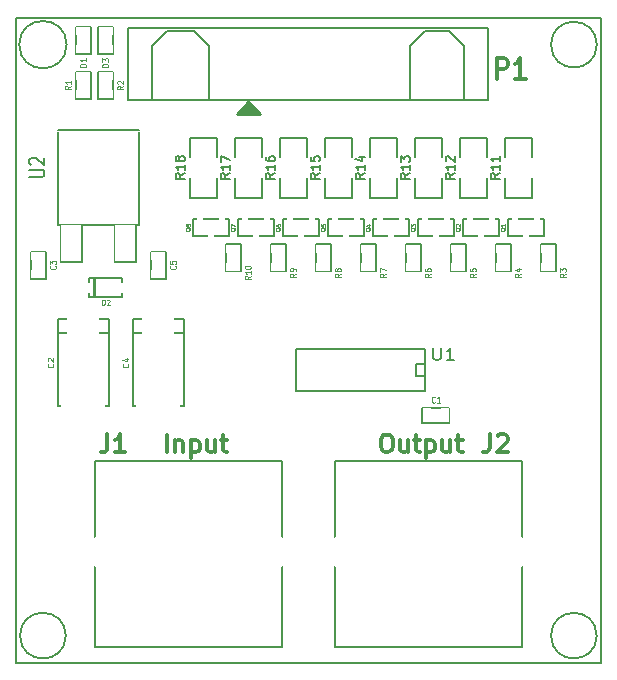
<source format=gto>
G04 (created by PCBNEW (2013-may-18)-stable) date Thu 01 May 2014 09:33:59 PM CEST*
%MOIN*%
G04 Gerber Fmt 3.4, Leading zero omitted, Abs format*
%FSLAX34Y34*%
G01*
G70*
G90*
G04 APERTURE LIST*
%ADD10C,0.00590551*%
%ADD11C,0.00787402*%
%ADD12C,0.011811*%
%ADD13C,0.005*%
%ADD14C,0.008*%
%ADD15C,0.012*%
%ADD16C,0.0047*%
%ADD17C,0.00344488*%
%ADD18C,0.0039*%
%ADD19C,0.0045*%
%ADD20C,0.01*%
%ADD21C,0.11811*%
%ADD22R,0.0591X0.0591*%
%ADD23C,0.0591*%
%ADD24C,0.0984252*%
%ADD25C,0.137795*%
%ADD26C,0.12*%
%ADD27R,0.06X0.06*%
%ADD28C,0.06*%
%ADD29R,0.1063X0.1004*%
%ADD30R,0.1496X0.1004*%
%ADD31R,0.0236X0.0394*%
%ADD32R,0.0335X0.0335*%
%ADD33R,0.02X0.045*%
%ADD34R,0.08X0.06*%
%ADD35R,0.045X0.025*%
%ADD36R,0.025X0.045*%
%ADD37R,0.065X0.12*%
%ADD38R,0.24X0.24*%
G04 APERTURE END LIST*
G54D10*
G54D11*
X58750Y-35000D02*
X58750Y-13500D01*
X39250Y-35000D02*
X58750Y-35000D01*
X39250Y-13500D02*
X39250Y-35000D01*
X58750Y-13500D02*
X39250Y-13500D01*
G54D12*
X51554Y-27398D02*
X51667Y-27398D01*
X51723Y-27426D01*
X51779Y-27482D01*
X51807Y-27595D01*
X51807Y-27792D01*
X51779Y-27904D01*
X51723Y-27960D01*
X51667Y-27989D01*
X51554Y-27989D01*
X51498Y-27960D01*
X51442Y-27904D01*
X51414Y-27792D01*
X51414Y-27595D01*
X51442Y-27482D01*
X51498Y-27426D01*
X51554Y-27398D01*
X52314Y-27595D02*
X52314Y-27989D01*
X52061Y-27595D02*
X52061Y-27904D01*
X52089Y-27960D01*
X52145Y-27989D01*
X52229Y-27989D01*
X52285Y-27960D01*
X52314Y-27932D01*
X52510Y-27595D02*
X52735Y-27595D01*
X52595Y-27398D02*
X52595Y-27904D01*
X52623Y-27960D01*
X52679Y-27989D01*
X52735Y-27989D01*
X52932Y-27595D02*
X52932Y-28185D01*
X52932Y-27623D02*
X52989Y-27595D01*
X53101Y-27595D01*
X53157Y-27623D01*
X53185Y-27651D01*
X53214Y-27707D01*
X53214Y-27876D01*
X53185Y-27932D01*
X53157Y-27960D01*
X53101Y-27989D01*
X52989Y-27989D01*
X52932Y-27960D01*
X53720Y-27595D02*
X53720Y-27989D01*
X53467Y-27595D02*
X53467Y-27904D01*
X53495Y-27960D01*
X53551Y-27989D01*
X53635Y-27989D01*
X53692Y-27960D01*
X53720Y-27932D01*
X53917Y-27595D02*
X54142Y-27595D01*
X54001Y-27398D02*
X54001Y-27904D01*
X54029Y-27960D01*
X54085Y-27989D01*
X54142Y-27989D01*
X44279Y-27989D02*
X44279Y-27398D01*
X44561Y-27595D02*
X44561Y-27989D01*
X44561Y-27651D02*
X44589Y-27623D01*
X44645Y-27595D01*
X44729Y-27595D01*
X44785Y-27623D01*
X44814Y-27679D01*
X44814Y-27989D01*
X45095Y-27595D02*
X45095Y-28185D01*
X45095Y-27623D02*
X45151Y-27595D01*
X45264Y-27595D01*
X45320Y-27623D01*
X45348Y-27651D01*
X45376Y-27707D01*
X45376Y-27876D01*
X45348Y-27932D01*
X45320Y-27960D01*
X45264Y-27989D01*
X45151Y-27989D01*
X45095Y-27960D01*
X45882Y-27595D02*
X45882Y-27989D01*
X45629Y-27595D02*
X45629Y-27904D01*
X45657Y-27960D01*
X45714Y-27989D01*
X45798Y-27989D01*
X45854Y-27960D01*
X45882Y-27932D01*
X46079Y-27595D02*
X46304Y-27595D01*
X46163Y-27398D02*
X46163Y-27904D01*
X46192Y-27960D01*
X46248Y-27989D01*
X46304Y-27989D01*
G54D13*
X56125Y-34475D02*
X56125Y-28275D01*
X49875Y-28275D02*
X49875Y-34475D01*
X49875Y-34475D02*
X56125Y-34475D01*
X56125Y-28275D02*
X49875Y-28275D01*
X48125Y-28275D02*
X48125Y-34475D01*
X41875Y-34475D02*
X41875Y-28275D01*
X41875Y-34475D02*
X48125Y-34475D01*
X41875Y-28275D02*
X48125Y-28275D01*
G54D11*
X40940Y-14400D02*
G75*
G03X40940Y-14400I-790J0D01*
G74*
G01*
X40913Y-34100D02*
G75*
G03X40913Y-34100I-763J0D01*
G74*
G01*
X58611Y-34100D02*
G75*
G03X58611Y-34100I-761J0D01*
G74*
G01*
X58613Y-14400D02*
G75*
G03X58613Y-14400I-763J0D01*
G74*
G01*
X43100Y-13850D02*
X43000Y-13850D01*
X43000Y-13850D02*
X43000Y-16250D01*
X55000Y-16250D02*
X55000Y-13850D01*
X55000Y-13850D02*
X43100Y-13850D01*
X52400Y-16250D02*
X52400Y-14450D01*
X52400Y-14450D02*
X52900Y-13950D01*
X52900Y-13950D02*
X53700Y-13950D01*
X53700Y-13950D02*
X54200Y-14450D01*
X54200Y-14450D02*
X54200Y-16250D01*
X43800Y-16250D02*
X43800Y-14450D01*
X43800Y-14450D02*
X44300Y-13950D01*
X44300Y-13950D02*
X45200Y-13950D01*
X45200Y-13950D02*
X45700Y-14450D01*
X45700Y-14450D02*
X45700Y-16250D01*
X43000Y-16250D02*
X55000Y-16250D01*
G54D13*
X43150Y-24000D02*
X44850Y-24000D01*
X43150Y-26450D02*
X44850Y-26450D01*
X44850Y-26450D02*
X44850Y-23550D01*
X44850Y-23550D02*
X43150Y-23550D01*
X43150Y-23550D02*
X43150Y-26450D01*
X46875Y-20225D02*
X46875Y-19965D01*
X47625Y-20225D02*
X47625Y-19965D01*
X47250Y-20775D02*
X47250Y-21035D01*
X47840Y-20775D02*
X46660Y-20775D01*
X46660Y-20775D02*
X46660Y-20225D01*
X46660Y-20225D02*
X47840Y-20225D01*
X47840Y-20225D02*
X47840Y-20775D01*
X55875Y-20225D02*
X55875Y-19965D01*
X56625Y-20225D02*
X56625Y-19965D01*
X56250Y-20775D02*
X56250Y-21035D01*
X56840Y-20775D02*
X55660Y-20775D01*
X55660Y-20775D02*
X55660Y-20225D01*
X55660Y-20225D02*
X56840Y-20225D01*
X56840Y-20225D02*
X56840Y-20775D01*
X48375Y-20225D02*
X48375Y-19965D01*
X49125Y-20225D02*
X49125Y-19965D01*
X48750Y-20775D02*
X48750Y-21035D01*
X49340Y-20775D02*
X48160Y-20775D01*
X48160Y-20775D02*
X48160Y-20225D01*
X48160Y-20225D02*
X49340Y-20225D01*
X49340Y-20225D02*
X49340Y-20775D01*
X54375Y-20225D02*
X54375Y-19965D01*
X55125Y-20225D02*
X55125Y-19965D01*
X54750Y-20775D02*
X54750Y-21035D01*
X55340Y-20775D02*
X54160Y-20775D01*
X54160Y-20775D02*
X54160Y-20225D01*
X54160Y-20225D02*
X55340Y-20225D01*
X55340Y-20225D02*
X55340Y-20775D01*
X45375Y-20225D02*
X45375Y-19965D01*
X46125Y-20225D02*
X46125Y-19965D01*
X45750Y-20775D02*
X45750Y-21035D01*
X46340Y-20775D02*
X45160Y-20775D01*
X45160Y-20775D02*
X45160Y-20225D01*
X45160Y-20225D02*
X46340Y-20225D01*
X46340Y-20225D02*
X46340Y-20775D01*
X52875Y-20225D02*
X52875Y-19965D01*
X53625Y-20225D02*
X53625Y-19965D01*
X53250Y-20775D02*
X53250Y-21035D01*
X53840Y-20775D02*
X52660Y-20775D01*
X52660Y-20775D02*
X52660Y-20225D01*
X52660Y-20225D02*
X53840Y-20225D01*
X53840Y-20225D02*
X53840Y-20775D01*
X51375Y-20225D02*
X51375Y-19965D01*
X52125Y-20225D02*
X52125Y-19965D01*
X51750Y-20775D02*
X51750Y-21035D01*
X52340Y-20775D02*
X51160Y-20775D01*
X51160Y-20775D02*
X51160Y-20225D01*
X51160Y-20225D02*
X52340Y-20225D01*
X52340Y-20225D02*
X52340Y-20775D01*
X49875Y-20225D02*
X49875Y-19965D01*
X50625Y-20225D02*
X50625Y-19965D01*
X50250Y-20775D02*
X50250Y-21035D01*
X50840Y-20775D02*
X49660Y-20775D01*
X49660Y-20775D02*
X49660Y-20225D01*
X49660Y-20225D02*
X50840Y-20225D01*
X50840Y-20225D02*
X50840Y-20775D01*
X41896Y-22185D02*
X41896Y-22815D01*
X41856Y-22815D02*
X41856Y-22185D01*
X42801Y-22815D02*
X41699Y-22815D01*
X41699Y-22815D02*
X41699Y-22185D01*
X41699Y-22185D02*
X42801Y-22185D01*
X42801Y-22185D02*
X42801Y-22815D01*
G54D14*
X52900Y-25950D02*
X48600Y-25950D01*
X48600Y-25950D02*
X48600Y-24550D01*
X48600Y-24550D02*
X52900Y-24550D01*
X52900Y-24550D02*
X52900Y-25950D01*
X52900Y-25450D02*
X52600Y-25450D01*
X52600Y-25450D02*
X52600Y-25050D01*
X52600Y-25050D02*
X52900Y-25050D01*
G54D13*
X51050Y-19500D02*
X51950Y-19500D01*
X51950Y-19500D02*
X51950Y-18850D01*
X51050Y-18150D02*
X51050Y-17500D01*
X51050Y-17500D02*
X51950Y-17500D01*
X51950Y-17500D02*
X51950Y-18150D01*
X51050Y-18850D02*
X51050Y-19500D01*
X48050Y-19500D02*
X48950Y-19500D01*
X48950Y-19500D02*
X48950Y-18850D01*
X48050Y-18150D02*
X48050Y-17500D01*
X48050Y-17500D02*
X48950Y-17500D01*
X48950Y-17500D02*
X48950Y-18150D01*
X48050Y-18850D02*
X48050Y-19500D01*
X49550Y-19500D02*
X50450Y-19500D01*
X50450Y-19500D02*
X50450Y-18850D01*
X49550Y-18150D02*
X49550Y-17500D01*
X49550Y-17500D02*
X50450Y-17500D01*
X50450Y-17500D02*
X50450Y-18150D01*
X49550Y-18850D02*
X49550Y-19500D01*
X46550Y-19500D02*
X47450Y-19500D01*
X47450Y-19500D02*
X47450Y-18850D01*
X46550Y-18150D02*
X46550Y-17500D01*
X46550Y-17500D02*
X47450Y-17500D01*
X47450Y-17500D02*
X47450Y-18150D01*
X46550Y-18850D02*
X46550Y-19500D01*
X52550Y-19500D02*
X53450Y-19500D01*
X53450Y-19500D02*
X53450Y-18850D01*
X52550Y-18150D02*
X52550Y-17500D01*
X52550Y-17500D02*
X53450Y-17500D01*
X53450Y-17500D02*
X53450Y-18150D01*
X52550Y-18850D02*
X52550Y-19500D01*
X54050Y-19500D02*
X54950Y-19500D01*
X54950Y-19500D02*
X54950Y-18850D01*
X54050Y-18150D02*
X54050Y-17500D01*
X54050Y-17500D02*
X54950Y-17500D01*
X54950Y-17500D02*
X54950Y-18150D01*
X54050Y-18850D02*
X54050Y-19500D01*
X55550Y-19500D02*
X56450Y-19500D01*
X56450Y-19500D02*
X56450Y-18850D01*
X55550Y-18150D02*
X55550Y-17500D01*
X55550Y-17500D02*
X56450Y-17500D01*
X56450Y-17500D02*
X56450Y-18150D01*
X55550Y-18850D02*
X55550Y-19500D01*
X45050Y-19500D02*
X45950Y-19500D01*
X45950Y-19500D02*
X45950Y-18850D01*
X45050Y-18150D02*
X45050Y-17500D01*
X45050Y-17500D02*
X45950Y-17500D01*
X45950Y-17500D02*
X45950Y-18150D01*
X45050Y-18850D02*
X45050Y-19500D01*
X42000Y-16200D02*
X42000Y-15300D01*
X42000Y-15300D02*
X42500Y-15300D01*
X42500Y-15300D02*
X42500Y-16200D01*
X42500Y-16200D02*
X42000Y-16200D01*
X57250Y-21050D02*
X57250Y-21950D01*
X57250Y-21950D02*
X56750Y-21950D01*
X56750Y-21950D02*
X56750Y-21050D01*
X56750Y-21050D02*
X57250Y-21050D01*
X40250Y-21300D02*
X40250Y-22200D01*
X40250Y-22200D02*
X39750Y-22200D01*
X39750Y-22200D02*
X39750Y-21300D01*
X39750Y-21300D02*
X40250Y-21300D01*
X55750Y-21050D02*
X55750Y-21950D01*
X55750Y-21950D02*
X55250Y-21950D01*
X55250Y-21950D02*
X55250Y-21050D01*
X55250Y-21050D02*
X55750Y-21050D01*
X54250Y-21050D02*
X54250Y-21950D01*
X54250Y-21950D02*
X53750Y-21950D01*
X53750Y-21950D02*
X53750Y-21050D01*
X53750Y-21050D02*
X54250Y-21050D01*
X52750Y-21050D02*
X52750Y-21950D01*
X52750Y-21950D02*
X52250Y-21950D01*
X52250Y-21950D02*
X52250Y-21050D01*
X52250Y-21050D02*
X52750Y-21050D01*
X42000Y-14700D02*
X42000Y-13800D01*
X42000Y-13800D02*
X42500Y-13800D01*
X42500Y-13800D02*
X42500Y-14700D01*
X42500Y-14700D02*
X42000Y-14700D01*
X41250Y-16200D02*
X41250Y-15300D01*
X41250Y-15300D02*
X41750Y-15300D01*
X41750Y-15300D02*
X41750Y-16200D01*
X41750Y-16200D02*
X41250Y-16200D01*
X51250Y-21050D02*
X51250Y-21950D01*
X51250Y-21950D02*
X50750Y-21950D01*
X50750Y-21950D02*
X50750Y-21050D01*
X50750Y-21050D02*
X51250Y-21050D01*
X41250Y-14700D02*
X41250Y-13800D01*
X41250Y-13800D02*
X41750Y-13800D01*
X41750Y-13800D02*
X41750Y-14700D01*
X41750Y-14700D02*
X41250Y-14700D01*
X52800Y-26500D02*
X53700Y-26500D01*
X53700Y-26500D02*
X53700Y-27000D01*
X53700Y-27000D02*
X52800Y-27000D01*
X52800Y-27000D02*
X52800Y-26500D01*
X49750Y-21050D02*
X49750Y-21950D01*
X49750Y-21950D02*
X49250Y-21950D01*
X49250Y-21950D02*
X49250Y-21050D01*
X49250Y-21050D02*
X49750Y-21050D01*
X46750Y-21050D02*
X46750Y-21950D01*
X46750Y-21950D02*
X46250Y-21950D01*
X46250Y-21950D02*
X46250Y-21050D01*
X46250Y-21050D02*
X46750Y-21050D01*
X48250Y-21050D02*
X48250Y-21950D01*
X48250Y-21950D02*
X47750Y-21950D01*
X47750Y-21950D02*
X47750Y-21050D01*
X47750Y-21050D02*
X48250Y-21050D01*
X42550Y-20400D02*
X42550Y-21650D01*
X42550Y-21650D02*
X43250Y-21650D01*
X43250Y-21650D02*
X43250Y-20400D01*
X40750Y-20400D02*
X40750Y-21650D01*
X40750Y-21650D02*
X41450Y-21650D01*
X41450Y-21650D02*
X41450Y-20400D01*
X43350Y-18000D02*
X43350Y-20400D01*
X43350Y-20400D02*
X40650Y-20400D01*
X40650Y-20400D02*
X40650Y-17300D01*
X40650Y-17250D02*
X43350Y-17250D01*
X43350Y-17300D02*
X43350Y-18000D01*
X40650Y-24000D02*
X42350Y-24000D01*
X40650Y-26450D02*
X42350Y-26450D01*
X42350Y-26450D02*
X42350Y-23550D01*
X42350Y-23550D02*
X40650Y-23550D01*
X40650Y-23550D02*
X40650Y-26450D01*
X44250Y-21300D02*
X44250Y-22200D01*
X44250Y-22200D02*
X43750Y-22200D01*
X43750Y-22200D02*
X43750Y-21300D01*
X43750Y-21300D02*
X44250Y-21300D01*
G54D15*
X55050Y-27392D02*
X55050Y-27821D01*
X55021Y-27907D01*
X54964Y-27964D01*
X54878Y-27992D01*
X54821Y-27992D01*
X55307Y-27450D02*
X55335Y-27421D01*
X55392Y-27392D01*
X55535Y-27392D01*
X55592Y-27421D01*
X55621Y-27450D01*
X55650Y-27507D01*
X55650Y-27564D01*
X55621Y-27650D01*
X55278Y-27992D01*
X55650Y-27992D01*
X42300Y-27392D02*
X42300Y-27821D01*
X42271Y-27907D01*
X42214Y-27964D01*
X42128Y-27992D01*
X42071Y-27992D01*
X42900Y-27992D02*
X42557Y-27992D01*
X42728Y-27992D02*
X42728Y-27392D01*
X42671Y-27478D01*
X42614Y-27535D01*
X42557Y-27564D01*
X55288Y-15532D02*
X55288Y-14833D01*
X55526Y-14833D01*
X55586Y-14867D01*
X55616Y-14900D01*
X55645Y-14967D01*
X55645Y-15066D01*
X55616Y-15133D01*
X55586Y-15166D01*
X55526Y-15200D01*
X55288Y-15200D01*
X56241Y-15532D02*
X55883Y-15532D01*
X56062Y-15532D02*
X56062Y-14833D01*
X56002Y-14933D01*
X55943Y-15000D01*
X55883Y-15033D01*
G54D16*
X42985Y-25032D02*
X42995Y-25042D01*
X43004Y-25070D01*
X43004Y-25089D01*
X42995Y-25117D01*
X42976Y-25136D01*
X42957Y-25145D01*
X42920Y-25154D01*
X42892Y-25154D01*
X42854Y-25145D01*
X42835Y-25136D01*
X42817Y-25117D01*
X42807Y-25089D01*
X42807Y-25070D01*
X42817Y-25042D01*
X42826Y-25032D01*
X42873Y-24863D02*
X43004Y-24863D01*
X42798Y-24910D02*
X42939Y-24957D01*
X42939Y-24835D01*
G54D17*
X46568Y-20513D02*
X46562Y-20526D01*
X46549Y-20539D01*
X46529Y-20559D01*
X46522Y-20572D01*
X46522Y-20585D01*
X46555Y-20578D02*
X46549Y-20591D01*
X46536Y-20604D01*
X46509Y-20611D01*
X46463Y-20611D01*
X46437Y-20604D01*
X46424Y-20591D01*
X46417Y-20578D01*
X46417Y-20552D01*
X46424Y-20539D01*
X46437Y-20526D01*
X46463Y-20519D01*
X46509Y-20519D01*
X46536Y-20526D01*
X46549Y-20539D01*
X46555Y-20552D01*
X46555Y-20578D01*
X46417Y-20473D02*
X46417Y-20381D01*
X46555Y-20440D01*
X55568Y-20513D02*
X55562Y-20526D01*
X55549Y-20539D01*
X55529Y-20559D01*
X55522Y-20572D01*
X55522Y-20585D01*
X55555Y-20578D02*
X55549Y-20591D01*
X55536Y-20604D01*
X55509Y-20611D01*
X55463Y-20611D01*
X55437Y-20604D01*
X55424Y-20591D01*
X55417Y-20578D01*
X55417Y-20552D01*
X55424Y-20539D01*
X55437Y-20526D01*
X55463Y-20519D01*
X55509Y-20519D01*
X55536Y-20526D01*
X55549Y-20539D01*
X55555Y-20552D01*
X55555Y-20578D01*
X55555Y-20388D02*
X55555Y-20467D01*
X55555Y-20427D02*
X55417Y-20427D01*
X55437Y-20440D01*
X55450Y-20454D01*
X55457Y-20467D01*
X48068Y-20513D02*
X48062Y-20526D01*
X48049Y-20539D01*
X48029Y-20559D01*
X48022Y-20572D01*
X48022Y-20585D01*
X48055Y-20578D02*
X48049Y-20591D01*
X48036Y-20604D01*
X48009Y-20611D01*
X47963Y-20611D01*
X47937Y-20604D01*
X47924Y-20591D01*
X47917Y-20578D01*
X47917Y-20552D01*
X47924Y-20539D01*
X47937Y-20526D01*
X47963Y-20519D01*
X48009Y-20519D01*
X48036Y-20526D01*
X48049Y-20539D01*
X48055Y-20552D01*
X48055Y-20578D01*
X47917Y-20401D02*
X47917Y-20427D01*
X47924Y-20440D01*
X47931Y-20447D01*
X47950Y-20460D01*
X47977Y-20467D01*
X48029Y-20467D01*
X48042Y-20460D01*
X48049Y-20454D01*
X48055Y-20440D01*
X48055Y-20414D01*
X48049Y-20401D01*
X48042Y-20395D01*
X48029Y-20388D01*
X47996Y-20388D01*
X47983Y-20395D01*
X47977Y-20401D01*
X47970Y-20414D01*
X47970Y-20440D01*
X47977Y-20454D01*
X47983Y-20460D01*
X47996Y-20467D01*
X54068Y-20513D02*
X54062Y-20526D01*
X54049Y-20539D01*
X54029Y-20559D01*
X54022Y-20572D01*
X54022Y-20585D01*
X54055Y-20578D02*
X54049Y-20591D01*
X54036Y-20604D01*
X54009Y-20611D01*
X53963Y-20611D01*
X53937Y-20604D01*
X53924Y-20591D01*
X53917Y-20578D01*
X53917Y-20552D01*
X53924Y-20539D01*
X53937Y-20526D01*
X53963Y-20519D01*
X54009Y-20519D01*
X54036Y-20526D01*
X54049Y-20539D01*
X54055Y-20552D01*
X54055Y-20578D01*
X53931Y-20467D02*
X53924Y-20460D01*
X53917Y-20447D01*
X53917Y-20414D01*
X53924Y-20401D01*
X53931Y-20395D01*
X53944Y-20388D01*
X53957Y-20388D01*
X53977Y-20395D01*
X54055Y-20473D01*
X54055Y-20388D01*
X45068Y-20513D02*
X45062Y-20526D01*
X45049Y-20539D01*
X45029Y-20559D01*
X45022Y-20572D01*
X45022Y-20585D01*
X45055Y-20578D02*
X45049Y-20591D01*
X45036Y-20604D01*
X45009Y-20611D01*
X44963Y-20611D01*
X44937Y-20604D01*
X44924Y-20591D01*
X44917Y-20578D01*
X44917Y-20552D01*
X44924Y-20539D01*
X44937Y-20526D01*
X44963Y-20519D01*
X45009Y-20519D01*
X45036Y-20526D01*
X45049Y-20539D01*
X45055Y-20552D01*
X45055Y-20578D01*
X44977Y-20440D02*
X44970Y-20454D01*
X44963Y-20460D01*
X44950Y-20467D01*
X44944Y-20467D01*
X44931Y-20460D01*
X44924Y-20454D01*
X44917Y-20440D01*
X44917Y-20414D01*
X44924Y-20401D01*
X44931Y-20395D01*
X44944Y-20388D01*
X44950Y-20388D01*
X44963Y-20395D01*
X44970Y-20401D01*
X44977Y-20414D01*
X44977Y-20440D01*
X44983Y-20454D01*
X44990Y-20460D01*
X45003Y-20467D01*
X45029Y-20467D01*
X45042Y-20460D01*
X45049Y-20454D01*
X45055Y-20440D01*
X45055Y-20414D01*
X45049Y-20401D01*
X45042Y-20395D01*
X45029Y-20388D01*
X45003Y-20388D01*
X44990Y-20395D01*
X44983Y-20401D01*
X44977Y-20414D01*
X52568Y-20513D02*
X52562Y-20526D01*
X52549Y-20539D01*
X52529Y-20559D01*
X52522Y-20572D01*
X52522Y-20585D01*
X52555Y-20578D02*
X52549Y-20591D01*
X52536Y-20604D01*
X52509Y-20611D01*
X52463Y-20611D01*
X52437Y-20604D01*
X52424Y-20591D01*
X52417Y-20578D01*
X52417Y-20552D01*
X52424Y-20539D01*
X52437Y-20526D01*
X52463Y-20519D01*
X52509Y-20519D01*
X52536Y-20526D01*
X52549Y-20539D01*
X52555Y-20552D01*
X52555Y-20578D01*
X52417Y-20473D02*
X52417Y-20388D01*
X52470Y-20434D01*
X52470Y-20414D01*
X52477Y-20401D01*
X52483Y-20395D01*
X52496Y-20388D01*
X52529Y-20388D01*
X52542Y-20395D01*
X52549Y-20401D01*
X52555Y-20414D01*
X52555Y-20454D01*
X52549Y-20467D01*
X52542Y-20473D01*
X51068Y-20513D02*
X51062Y-20526D01*
X51049Y-20539D01*
X51029Y-20559D01*
X51022Y-20572D01*
X51022Y-20585D01*
X51055Y-20578D02*
X51049Y-20591D01*
X51036Y-20604D01*
X51009Y-20611D01*
X50963Y-20611D01*
X50937Y-20604D01*
X50924Y-20591D01*
X50917Y-20578D01*
X50917Y-20552D01*
X50924Y-20539D01*
X50937Y-20526D01*
X50963Y-20519D01*
X51009Y-20519D01*
X51036Y-20526D01*
X51049Y-20539D01*
X51055Y-20552D01*
X51055Y-20578D01*
X50963Y-20401D02*
X51055Y-20401D01*
X50911Y-20434D02*
X51009Y-20467D01*
X51009Y-20381D01*
X49568Y-20513D02*
X49562Y-20526D01*
X49549Y-20539D01*
X49529Y-20559D01*
X49522Y-20572D01*
X49522Y-20585D01*
X49555Y-20578D02*
X49549Y-20591D01*
X49536Y-20604D01*
X49509Y-20611D01*
X49463Y-20611D01*
X49437Y-20604D01*
X49424Y-20591D01*
X49417Y-20578D01*
X49417Y-20552D01*
X49424Y-20539D01*
X49437Y-20526D01*
X49463Y-20519D01*
X49509Y-20519D01*
X49536Y-20526D01*
X49549Y-20539D01*
X49555Y-20552D01*
X49555Y-20578D01*
X49417Y-20395D02*
X49417Y-20460D01*
X49483Y-20467D01*
X49477Y-20460D01*
X49470Y-20447D01*
X49470Y-20414D01*
X49477Y-20401D01*
X49483Y-20395D01*
X49496Y-20388D01*
X49529Y-20388D01*
X49542Y-20395D01*
X49549Y-20401D01*
X49555Y-20414D01*
X49555Y-20447D01*
X49549Y-20460D01*
X49542Y-20467D01*
G54D18*
X42134Y-23063D02*
X42134Y-22906D01*
X42171Y-22906D01*
X42193Y-22914D01*
X42208Y-22928D01*
X42216Y-22943D01*
X42223Y-22973D01*
X42223Y-22996D01*
X42216Y-23026D01*
X42208Y-23041D01*
X42193Y-23056D01*
X42171Y-23063D01*
X42134Y-23063D01*
X42283Y-22921D02*
X42291Y-22914D01*
X42306Y-22906D01*
X42343Y-22906D01*
X42358Y-22914D01*
X42365Y-22921D01*
X42373Y-22936D01*
X42373Y-22951D01*
X42365Y-22973D01*
X42276Y-23063D01*
X42373Y-23063D01*
G54D13*
X53157Y-24511D02*
X53157Y-24835D01*
X53178Y-24873D01*
X53200Y-24892D01*
X53242Y-24911D01*
X53328Y-24911D01*
X53371Y-24892D01*
X53392Y-24873D01*
X53414Y-24835D01*
X53414Y-24511D01*
X53864Y-24911D02*
X53607Y-24911D01*
X53735Y-24911D02*
X53735Y-24511D01*
X53692Y-24569D01*
X53650Y-24607D01*
X53607Y-24626D01*
X50871Y-18692D02*
X50728Y-18792D01*
X50871Y-18864D02*
X50571Y-18864D01*
X50571Y-18750D01*
X50585Y-18721D01*
X50600Y-18707D01*
X50628Y-18692D01*
X50671Y-18692D01*
X50700Y-18707D01*
X50714Y-18721D01*
X50728Y-18750D01*
X50728Y-18864D01*
X50871Y-18407D02*
X50871Y-18578D01*
X50871Y-18492D02*
X50571Y-18492D01*
X50614Y-18521D01*
X50642Y-18550D01*
X50657Y-18578D01*
X50671Y-18150D02*
X50871Y-18150D01*
X50557Y-18221D02*
X50771Y-18292D01*
X50771Y-18107D01*
X47871Y-18692D02*
X47728Y-18792D01*
X47871Y-18864D02*
X47571Y-18864D01*
X47571Y-18750D01*
X47585Y-18721D01*
X47600Y-18707D01*
X47628Y-18692D01*
X47671Y-18692D01*
X47700Y-18707D01*
X47714Y-18721D01*
X47728Y-18750D01*
X47728Y-18864D01*
X47871Y-18407D02*
X47871Y-18578D01*
X47871Y-18492D02*
X47571Y-18492D01*
X47614Y-18521D01*
X47642Y-18550D01*
X47657Y-18578D01*
X47571Y-18150D02*
X47571Y-18207D01*
X47585Y-18235D01*
X47600Y-18250D01*
X47642Y-18278D01*
X47700Y-18292D01*
X47814Y-18292D01*
X47842Y-18278D01*
X47857Y-18264D01*
X47871Y-18235D01*
X47871Y-18178D01*
X47857Y-18150D01*
X47842Y-18135D01*
X47814Y-18121D01*
X47742Y-18121D01*
X47714Y-18135D01*
X47700Y-18150D01*
X47685Y-18178D01*
X47685Y-18235D01*
X47700Y-18264D01*
X47714Y-18278D01*
X47742Y-18292D01*
X49371Y-18692D02*
X49228Y-18792D01*
X49371Y-18864D02*
X49071Y-18864D01*
X49071Y-18750D01*
X49085Y-18721D01*
X49100Y-18707D01*
X49128Y-18692D01*
X49171Y-18692D01*
X49200Y-18707D01*
X49214Y-18721D01*
X49228Y-18750D01*
X49228Y-18864D01*
X49371Y-18407D02*
X49371Y-18578D01*
X49371Y-18492D02*
X49071Y-18492D01*
X49114Y-18521D01*
X49142Y-18550D01*
X49157Y-18578D01*
X49071Y-18135D02*
X49071Y-18278D01*
X49214Y-18292D01*
X49200Y-18278D01*
X49185Y-18250D01*
X49185Y-18178D01*
X49200Y-18150D01*
X49214Y-18135D01*
X49242Y-18121D01*
X49314Y-18121D01*
X49342Y-18135D01*
X49357Y-18150D01*
X49371Y-18178D01*
X49371Y-18250D01*
X49357Y-18278D01*
X49342Y-18292D01*
X46371Y-18692D02*
X46228Y-18792D01*
X46371Y-18864D02*
X46071Y-18864D01*
X46071Y-18750D01*
X46085Y-18721D01*
X46100Y-18707D01*
X46128Y-18692D01*
X46171Y-18692D01*
X46200Y-18707D01*
X46214Y-18721D01*
X46228Y-18750D01*
X46228Y-18864D01*
X46371Y-18407D02*
X46371Y-18578D01*
X46371Y-18492D02*
X46071Y-18492D01*
X46114Y-18521D01*
X46142Y-18550D01*
X46157Y-18578D01*
X46071Y-18307D02*
X46071Y-18107D01*
X46371Y-18235D01*
X52371Y-18692D02*
X52228Y-18792D01*
X52371Y-18864D02*
X52071Y-18864D01*
X52071Y-18750D01*
X52085Y-18721D01*
X52100Y-18707D01*
X52128Y-18692D01*
X52171Y-18692D01*
X52200Y-18707D01*
X52214Y-18721D01*
X52228Y-18750D01*
X52228Y-18864D01*
X52371Y-18407D02*
X52371Y-18578D01*
X52371Y-18492D02*
X52071Y-18492D01*
X52114Y-18521D01*
X52142Y-18550D01*
X52157Y-18578D01*
X52071Y-18307D02*
X52071Y-18121D01*
X52185Y-18221D01*
X52185Y-18178D01*
X52200Y-18150D01*
X52214Y-18135D01*
X52242Y-18121D01*
X52314Y-18121D01*
X52342Y-18135D01*
X52357Y-18150D01*
X52371Y-18178D01*
X52371Y-18264D01*
X52357Y-18292D01*
X52342Y-18307D01*
X53871Y-18692D02*
X53728Y-18792D01*
X53871Y-18864D02*
X53571Y-18864D01*
X53571Y-18750D01*
X53585Y-18721D01*
X53600Y-18707D01*
X53628Y-18692D01*
X53671Y-18692D01*
X53700Y-18707D01*
X53714Y-18721D01*
X53728Y-18750D01*
X53728Y-18864D01*
X53871Y-18407D02*
X53871Y-18578D01*
X53871Y-18492D02*
X53571Y-18492D01*
X53614Y-18521D01*
X53642Y-18550D01*
X53657Y-18578D01*
X53600Y-18292D02*
X53585Y-18278D01*
X53571Y-18250D01*
X53571Y-18178D01*
X53585Y-18150D01*
X53600Y-18135D01*
X53628Y-18121D01*
X53657Y-18121D01*
X53700Y-18135D01*
X53871Y-18307D01*
X53871Y-18121D01*
X55371Y-18692D02*
X55228Y-18792D01*
X55371Y-18864D02*
X55071Y-18864D01*
X55071Y-18750D01*
X55085Y-18721D01*
X55100Y-18707D01*
X55128Y-18692D01*
X55171Y-18692D01*
X55200Y-18707D01*
X55214Y-18721D01*
X55228Y-18750D01*
X55228Y-18864D01*
X55371Y-18407D02*
X55371Y-18578D01*
X55371Y-18492D02*
X55071Y-18492D01*
X55114Y-18521D01*
X55142Y-18550D01*
X55157Y-18578D01*
X55371Y-18121D02*
X55371Y-18292D01*
X55371Y-18207D02*
X55071Y-18207D01*
X55114Y-18235D01*
X55142Y-18264D01*
X55157Y-18292D01*
X44871Y-18692D02*
X44728Y-18792D01*
X44871Y-18864D02*
X44571Y-18864D01*
X44571Y-18750D01*
X44585Y-18721D01*
X44600Y-18707D01*
X44628Y-18692D01*
X44671Y-18692D01*
X44700Y-18707D01*
X44714Y-18721D01*
X44728Y-18750D01*
X44728Y-18864D01*
X44871Y-18407D02*
X44871Y-18578D01*
X44871Y-18492D02*
X44571Y-18492D01*
X44614Y-18521D01*
X44642Y-18550D01*
X44657Y-18578D01*
X44700Y-18235D02*
X44685Y-18264D01*
X44671Y-18278D01*
X44642Y-18292D01*
X44628Y-18292D01*
X44600Y-18278D01*
X44585Y-18264D01*
X44571Y-18235D01*
X44571Y-18178D01*
X44585Y-18150D01*
X44600Y-18135D01*
X44628Y-18121D01*
X44642Y-18121D01*
X44671Y-18135D01*
X44685Y-18150D01*
X44700Y-18178D01*
X44700Y-18235D01*
X44714Y-18264D01*
X44728Y-18278D01*
X44757Y-18292D01*
X44814Y-18292D01*
X44842Y-18278D01*
X44857Y-18264D01*
X44871Y-18235D01*
X44871Y-18178D01*
X44857Y-18150D01*
X44842Y-18135D01*
X44814Y-18121D01*
X44757Y-18121D01*
X44728Y-18135D01*
X44714Y-18150D01*
X44700Y-18178D01*
G54D19*
X42830Y-15780D02*
X42735Y-15840D01*
X42830Y-15882D02*
X42630Y-15882D01*
X42630Y-15814D01*
X42640Y-15797D01*
X42650Y-15788D01*
X42669Y-15780D01*
X42697Y-15780D01*
X42716Y-15788D01*
X42726Y-15797D01*
X42735Y-15814D01*
X42735Y-15882D01*
X42650Y-15711D02*
X42640Y-15702D01*
X42630Y-15685D01*
X42630Y-15642D01*
X42640Y-15625D01*
X42650Y-15617D01*
X42669Y-15608D01*
X42688Y-15608D01*
X42716Y-15617D01*
X42830Y-15720D01*
X42830Y-15608D01*
X57580Y-22030D02*
X57485Y-22090D01*
X57580Y-22132D02*
X57380Y-22132D01*
X57380Y-22064D01*
X57390Y-22047D01*
X57400Y-22038D01*
X57419Y-22030D01*
X57447Y-22030D01*
X57466Y-22038D01*
X57476Y-22047D01*
X57485Y-22064D01*
X57485Y-22132D01*
X57380Y-21970D02*
X57380Y-21858D01*
X57457Y-21918D01*
X57457Y-21892D01*
X57466Y-21875D01*
X57476Y-21867D01*
X57495Y-21858D01*
X57542Y-21858D01*
X57561Y-21867D01*
X57571Y-21875D01*
X57580Y-21892D01*
X57580Y-21944D01*
X57571Y-21961D01*
X57561Y-21970D01*
X40561Y-21780D02*
X40571Y-21788D01*
X40580Y-21814D01*
X40580Y-21831D01*
X40571Y-21857D01*
X40552Y-21874D01*
X40533Y-21882D01*
X40495Y-21891D01*
X40466Y-21891D01*
X40428Y-21882D01*
X40409Y-21874D01*
X40390Y-21857D01*
X40380Y-21831D01*
X40380Y-21814D01*
X40390Y-21788D01*
X40400Y-21780D01*
X40380Y-21720D02*
X40380Y-21608D01*
X40457Y-21668D01*
X40457Y-21642D01*
X40466Y-21625D01*
X40476Y-21617D01*
X40495Y-21608D01*
X40542Y-21608D01*
X40561Y-21617D01*
X40571Y-21625D01*
X40580Y-21642D01*
X40580Y-21694D01*
X40571Y-21711D01*
X40561Y-21720D01*
X56080Y-22030D02*
X55985Y-22090D01*
X56080Y-22132D02*
X55880Y-22132D01*
X55880Y-22064D01*
X55890Y-22047D01*
X55900Y-22038D01*
X55919Y-22030D01*
X55947Y-22030D01*
X55966Y-22038D01*
X55976Y-22047D01*
X55985Y-22064D01*
X55985Y-22132D01*
X55947Y-21875D02*
X56080Y-21875D01*
X55871Y-21918D02*
X56014Y-21961D01*
X56014Y-21850D01*
X54580Y-22030D02*
X54485Y-22090D01*
X54580Y-22132D02*
X54380Y-22132D01*
X54380Y-22064D01*
X54390Y-22047D01*
X54400Y-22038D01*
X54419Y-22030D01*
X54447Y-22030D01*
X54466Y-22038D01*
X54476Y-22047D01*
X54485Y-22064D01*
X54485Y-22132D01*
X54380Y-21867D02*
X54380Y-21952D01*
X54476Y-21961D01*
X54466Y-21952D01*
X54457Y-21935D01*
X54457Y-21892D01*
X54466Y-21875D01*
X54476Y-21867D01*
X54495Y-21858D01*
X54542Y-21858D01*
X54561Y-21867D01*
X54571Y-21875D01*
X54580Y-21892D01*
X54580Y-21935D01*
X54571Y-21952D01*
X54561Y-21961D01*
X53080Y-22030D02*
X52985Y-22090D01*
X53080Y-22132D02*
X52880Y-22132D01*
X52880Y-22064D01*
X52890Y-22047D01*
X52900Y-22038D01*
X52919Y-22030D01*
X52947Y-22030D01*
X52966Y-22038D01*
X52976Y-22047D01*
X52985Y-22064D01*
X52985Y-22132D01*
X52880Y-21875D02*
X52880Y-21910D01*
X52890Y-21927D01*
X52900Y-21935D01*
X52928Y-21952D01*
X52966Y-21961D01*
X53042Y-21961D01*
X53061Y-21952D01*
X53071Y-21944D01*
X53080Y-21927D01*
X53080Y-21892D01*
X53071Y-21875D01*
X53061Y-21867D01*
X53042Y-21858D01*
X52995Y-21858D01*
X52976Y-21867D01*
X52966Y-21875D01*
X52957Y-21892D01*
X52957Y-21927D01*
X52966Y-21944D01*
X52976Y-21952D01*
X52995Y-21961D01*
X42330Y-15132D02*
X42130Y-15132D01*
X42130Y-15090D01*
X42140Y-15064D01*
X42159Y-15047D01*
X42178Y-15038D01*
X42216Y-15030D01*
X42245Y-15030D01*
X42283Y-15038D01*
X42302Y-15047D01*
X42321Y-15064D01*
X42330Y-15090D01*
X42330Y-15132D01*
X42130Y-14970D02*
X42130Y-14858D01*
X42207Y-14918D01*
X42207Y-14892D01*
X42216Y-14875D01*
X42226Y-14867D01*
X42245Y-14858D01*
X42292Y-14858D01*
X42311Y-14867D01*
X42321Y-14875D01*
X42330Y-14892D01*
X42330Y-14944D01*
X42321Y-14961D01*
X42311Y-14970D01*
X41080Y-15780D02*
X40985Y-15840D01*
X41080Y-15882D02*
X40880Y-15882D01*
X40880Y-15814D01*
X40890Y-15797D01*
X40900Y-15788D01*
X40919Y-15780D01*
X40947Y-15780D01*
X40966Y-15788D01*
X40976Y-15797D01*
X40985Y-15814D01*
X40985Y-15882D01*
X41080Y-15608D02*
X41080Y-15711D01*
X41080Y-15660D02*
X40880Y-15660D01*
X40909Y-15677D01*
X40928Y-15694D01*
X40938Y-15711D01*
X51580Y-22030D02*
X51485Y-22090D01*
X51580Y-22132D02*
X51380Y-22132D01*
X51380Y-22064D01*
X51390Y-22047D01*
X51400Y-22038D01*
X51419Y-22030D01*
X51447Y-22030D01*
X51466Y-22038D01*
X51476Y-22047D01*
X51485Y-22064D01*
X51485Y-22132D01*
X51380Y-21970D02*
X51380Y-21850D01*
X51580Y-21927D01*
X41580Y-15132D02*
X41380Y-15132D01*
X41380Y-15090D01*
X41390Y-15064D01*
X41409Y-15047D01*
X41428Y-15038D01*
X41466Y-15030D01*
X41495Y-15030D01*
X41533Y-15038D01*
X41552Y-15047D01*
X41571Y-15064D01*
X41580Y-15090D01*
X41580Y-15132D01*
X41580Y-14858D02*
X41580Y-14961D01*
X41580Y-14910D02*
X41380Y-14910D01*
X41409Y-14927D01*
X41428Y-14944D01*
X41438Y-14961D01*
X53220Y-26311D02*
X53211Y-26321D01*
X53185Y-26330D01*
X53168Y-26330D01*
X53142Y-26321D01*
X53125Y-26302D01*
X53117Y-26283D01*
X53108Y-26245D01*
X53108Y-26216D01*
X53117Y-26178D01*
X53125Y-26159D01*
X53142Y-26140D01*
X53168Y-26130D01*
X53185Y-26130D01*
X53211Y-26140D01*
X53220Y-26150D01*
X53391Y-26330D02*
X53288Y-26330D01*
X53340Y-26330D02*
X53340Y-26130D01*
X53322Y-26159D01*
X53305Y-26178D01*
X53288Y-26188D01*
X50080Y-22030D02*
X49985Y-22090D01*
X50080Y-22132D02*
X49880Y-22132D01*
X49880Y-22064D01*
X49890Y-22047D01*
X49900Y-22038D01*
X49919Y-22030D01*
X49947Y-22030D01*
X49966Y-22038D01*
X49976Y-22047D01*
X49985Y-22064D01*
X49985Y-22132D01*
X49966Y-21927D02*
X49957Y-21944D01*
X49947Y-21952D01*
X49928Y-21961D01*
X49919Y-21961D01*
X49900Y-21952D01*
X49890Y-21944D01*
X49880Y-21927D01*
X49880Y-21892D01*
X49890Y-21875D01*
X49900Y-21867D01*
X49919Y-21858D01*
X49928Y-21858D01*
X49947Y-21867D01*
X49957Y-21875D01*
X49966Y-21892D01*
X49966Y-21927D01*
X49976Y-21944D01*
X49985Y-21952D01*
X50004Y-21961D01*
X50042Y-21961D01*
X50061Y-21952D01*
X50071Y-21944D01*
X50080Y-21927D01*
X50080Y-21892D01*
X50071Y-21875D01*
X50061Y-21867D01*
X50042Y-21858D01*
X50004Y-21858D01*
X49985Y-21867D01*
X49976Y-21875D01*
X49966Y-21892D01*
X47080Y-22115D02*
X46985Y-22175D01*
X47080Y-22218D02*
X46880Y-22218D01*
X46880Y-22150D01*
X46890Y-22132D01*
X46900Y-22124D01*
X46919Y-22115D01*
X46947Y-22115D01*
X46966Y-22124D01*
X46976Y-22132D01*
X46985Y-22150D01*
X46985Y-22218D01*
X47080Y-21944D02*
X47080Y-22047D01*
X47080Y-21995D02*
X46880Y-21995D01*
X46909Y-22012D01*
X46928Y-22030D01*
X46938Y-22047D01*
X46880Y-21832D02*
X46880Y-21815D01*
X46890Y-21798D01*
X46900Y-21790D01*
X46919Y-21781D01*
X46957Y-21772D01*
X47004Y-21772D01*
X47042Y-21781D01*
X47061Y-21790D01*
X47071Y-21798D01*
X47080Y-21815D01*
X47080Y-21832D01*
X47071Y-21850D01*
X47061Y-21858D01*
X47042Y-21867D01*
X47004Y-21875D01*
X46957Y-21875D01*
X46919Y-21867D01*
X46900Y-21858D01*
X46890Y-21850D01*
X46880Y-21832D01*
X48580Y-22030D02*
X48485Y-22090D01*
X48580Y-22132D02*
X48380Y-22132D01*
X48380Y-22064D01*
X48390Y-22047D01*
X48400Y-22038D01*
X48419Y-22030D01*
X48447Y-22030D01*
X48466Y-22038D01*
X48476Y-22047D01*
X48485Y-22064D01*
X48485Y-22132D01*
X48580Y-21944D02*
X48580Y-21910D01*
X48571Y-21892D01*
X48561Y-21884D01*
X48533Y-21867D01*
X48495Y-21858D01*
X48419Y-21858D01*
X48400Y-21867D01*
X48390Y-21875D01*
X48380Y-21892D01*
X48380Y-21927D01*
X48390Y-21944D01*
X48400Y-21952D01*
X48419Y-21961D01*
X48466Y-21961D01*
X48485Y-21952D01*
X48495Y-21944D01*
X48504Y-21927D01*
X48504Y-21892D01*
X48495Y-21875D01*
X48485Y-21867D01*
X48466Y-21858D01*
G54D14*
X39702Y-18804D02*
X40107Y-18804D01*
X40154Y-18785D01*
X40178Y-18766D01*
X40202Y-18728D01*
X40202Y-18652D01*
X40178Y-18614D01*
X40154Y-18595D01*
X40107Y-18576D01*
X39702Y-18576D01*
X39750Y-18404D02*
X39726Y-18385D01*
X39702Y-18347D01*
X39702Y-18252D01*
X39726Y-18214D01*
X39750Y-18195D01*
X39797Y-18176D01*
X39845Y-18176D01*
X39916Y-18195D01*
X40202Y-18423D01*
X40202Y-18176D01*
G54D16*
X40485Y-25032D02*
X40495Y-25042D01*
X40504Y-25070D01*
X40504Y-25089D01*
X40495Y-25117D01*
X40476Y-25136D01*
X40457Y-25145D01*
X40420Y-25154D01*
X40392Y-25154D01*
X40354Y-25145D01*
X40335Y-25136D01*
X40317Y-25117D01*
X40307Y-25089D01*
X40307Y-25070D01*
X40317Y-25042D01*
X40326Y-25032D01*
X40326Y-24957D02*
X40317Y-24948D01*
X40307Y-24929D01*
X40307Y-24882D01*
X40317Y-24863D01*
X40326Y-24854D01*
X40345Y-24845D01*
X40364Y-24845D01*
X40392Y-24854D01*
X40504Y-24967D01*
X40504Y-24845D01*
G54D19*
X44561Y-21780D02*
X44571Y-21788D01*
X44580Y-21814D01*
X44580Y-21831D01*
X44571Y-21857D01*
X44552Y-21874D01*
X44533Y-21882D01*
X44495Y-21891D01*
X44466Y-21891D01*
X44428Y-21882D01*
X44409Y-21874D01*
X44390Y-21857D01*
X44380Y-21831D01*
X44380Y-21814D01*
X44390Y-21788D01*
X44400Y-21780D01*
X44380Y-21617D02*
X44380Y-21702D01*
X44476Y-21711D01*
X44466Y-21702D01*
X44457Y-21685D01*
X44457Y-21642D01*
X44466Y-21625D01*
X44476Y-21617D01*
X44495Y-21608D01*
X44542Y-21608D01*
X44561Y-21617D01*
X44571Y-21625D01*
X44580Y-21642D01*
X44580Y-21685D01*
X44571Y-21702D01*
X44561Y-21711D01*
G54D10*
G36*
X47379Y-16700D02*
X46620Y-16700D01*
X47000Y-16320D01*
X47379Y-16700D01*
X47379Y-16700D01*
G37*
G54D20*
X47379Y-16700D02*
X46620Y-16700D01*
X47000Y-16320D01*
X47379Y-16700D01*
%LPC*%
G54D21*
X55250Y-32500D03*
X50750Y-32500D03*
G54D22*
X51250Y-30000D03*
G54D23*
X51750Y-29000D03*
X52250Y-30000D03*
X52750Y-29000D03*
X53250Y-30000D03*
X53750Y-29000D03*
X54250Y-30000D03*
X54750Y-29000D03*
G54D24*
X49950Y-31299D03*
X56050Y-31299D03*
G54D21*
X47250Y-32500D03*
X42750Y-32500D03*
G54D22*
X43250Y-30000D03*
G54D23*
X43750Y-29000D03*
X44250Y-30000D03*
X44750Y-29000D03*
X45250Y-30000D03*
X45750Y-29000D03*
X46250Y-30000D03*
X46750Y-29000D03*
G54D24*
X41950Y-31299D03*
X48050Y-31299D03*
G54D25*
X40150Y-14400D03*
X40150Y-34100D03*
X57850Y-34100D03*
X57850Y-14400D03*
G54D26*
X53300Y-15050D03*
X44700Y-15050D03*
G54D27*
X47000Y-15750D03*
G54D28*
X47000Y-14750D03*
X48000Y-15750D03*
X48000Y-14750D03*
X49000Y-15750D03*
X49000Y-14750D03*
X50000Y-15750D03*
X50000Y-14750D03*
X51000Y-15750D03*
X51000Y-14750D03*
G54D29*
X44000Y-23819D03*
G54D30*
X44000Y-26181D03*
G54D31*
X47625Y-20084D03*
X47250Y-20916D03*
X46875Y-20084D03*
X56625Y-20084D03*
X56250Y-20916D03*
X55875Y-20084D03*
X49125Y-20084D03*
X48750Y-20916D03*
X48375Y-20084D03*
X55125Y-20084D03*
X54750Y-20916D03*
X54375Y-20084D03*
X46125Y-20084D03*
X45750Y-20916D03*
X45375Y-20084D03*
X53625Y-20084D03*
X53250Y-20916D03*
X52875Y-20084D03*
X52125Y-20084D03*
X51750Y-20916D03*
X51375Y-20084D03*
X50625Y-20084D03*
X50250Y-20916D03*
X49875Y-20084D03*
G54D32*
X41591Y-22500D03*
X42909Y-22500D03*
G54D33*
X52500Y-24250D03*
X52000Y-24250D03*
X51500Y-24250D03*
X51000Y-24250D03*
X50500Y-24250D03*
X50000Y-24250D03*
X49500Y-24250D03*
X49000Y-24250D03*
X49000Y-26250D03*
X49500Y-26250D03*
X50000Y-26250D03*
X50500Y-26250D03*
X51000Y-26250D03*
X51500Y-26250D03*
X52000Y-26250D03*
X52500Y-26250D03*
G54D34*
X51500Y-19150D03*
X51500Y-17850D03*
X48500Y-19150D03*
X48500Y-17850D03*
X50000Y-19150D03*
X50000Y-17850D03*
X47000Y-19150D03*
X47000Y-17850D03*
X53000Y-19150D03*
X53000Y-17850D03*
X54500Y-19150D03*
X54500Y-17850D03*
X56000Y-19150D03*
X56000Y-17850D03*
X45500Y-19150D03*
X45500Y-17850D03*
G54D35*
X42250Y-16050D03*
X42250Y-15450D03*
X57000Y-21200D03*
X57000Y-21800D03*
X40000Y-21450D03*
X40000Y-22050D03*
X55500Y-21200D03*
X55500Y-21800D03*
X54000Y-21200D03*
X54000Y-21800D03*
X52500Y-21200D03*
X52500Y-21800D03*
X42250Y-14550D03*
X42250Y-13950D03*
X41500Y-16050D03*
X41500Y-15450D03*
X51000Y-21200D03*
X51000Y-21800D03*
X41500Y-14550D03*
X41500Y-13950D03*
G54D36*
X52950Y-26750D03*
X53550Y-26750D03*
G54D35*
X49500Y-21200D03*
X49500Y-21800D03*
X46500Y-21200D03*
X46500Y-21800D03*
X48000Y-21200D03*
X48000Y-21800D03*
G54D37*
X41100Y-21000D03*
G54D38*
X42000Y-18500D03*
G54D37*
X42900Y-21000D03*
G54D29*
X41500Y-23819D03*
G54D30*
X41500Y-26181D03*
G54D35*
X44000Y-21450D03*
X44000Y-22050D03*
M02*

</source>
